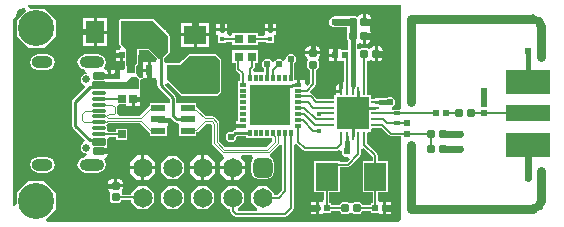
<source format=gtl>
G04*
G04 #@! TF.GenerationSoftware,Altium Limited,Altium Designer,23.0.1 (38)*
G04*
G04 Layer_Physical_Order=1*
G04 Layer_Color=255*
%FSLAX44Y44*%
%MOMM*%
G71*
G04*
G04 #@! TF.SameCoordinates,2C3C84F8-FCB8-4575-ACAA-8387C9F7B7E4*
G04*
G04*
G04 #@! TF.FilePolarity,Positive*
G04*
G01*
G75*
%ADD10C,0.2540*%
%ADD16C,0.7620*%
G04:AMPARAMS|DCode=17|XSize=0.6mm|YSize=1.016mm|CornerRadius=0.075mm|HoleSize=0mm|Usage=FLASHONLY|Rotation=270.000|XOffset=0mm|YOffset=0mm|HoleType=Round|Shape=RoundedRectangle|*
%AMROUNDEDRECTD17*
21,1,0.6000,0.8660,0,0,270.0*
21,1,0.4500,1.0160,0,0,270.0*
1,1,0.1500,-0.4330,-0.2250*
1,1,0.1500,-0.4330,0.2250*
1,1,0.1500,0.4330,0.2250*
1,1,0.1500,0.4330,-0.2250*
%
%ADD17ROUNDEDRECTD17*%
%ADD18R,1.9062X1.5046*%
G04:AMPARAMS|DCode=19|XSize=0.6mm|YSize=1.15mm|CornerRadius=0.075mm|HoleSize=0mm|Usage=FLASHONLY|Rotation=270.000|XOffset=0mm|YOffset=0mm|HoleType=Round|Shape=RoundedRectangle|*
%AMROUNDEDRECTD19*
21,1,0.6000,1.0000,0,0,270.0*
21,1,0.4500,1.1500,0,0,270.0*
1,1,0.1500,-0.5000,-0.2250*
1,1,0.1500,-0.5000,0.2250*
1,1,0.1500,0.5000,0.2250*
1,1,0.1500,0.5000,-0.2250*
%
%ADD19ROUNDEDRECTD19*%
G04:AMPARAMS|DCode=20|XSize=0.3mm|YSize=1.15mm|CornerRadius=0.0375mm|HoleSize=0mm|Usage=FLASHONLY|Rotation=270.000|XOffset=0mm|YOffset=0mm|HoleType=Round|Shape=RoundedRectangle|*
%AMROUNDEDRECTD20*
21,1,0.3000,1.0750,0,0,270.0*
21,1,0.2250,1.1500,0,0,270.0*
1,1,0.0750,-0.5375,-0.1125*
1,1,0.0750,-0.5375,0.1125*
1,1,0.0750,0.5375,0.1125*
1,1,0.0750,0.5375,-0.1125*
%
%ADD20ROUNDEDRECTD20*%
%ADD21R,0.3000X0.6000*%
%ADD22R,0.6000X0.3000*%
%ADD23R,3.4500X3.4500*%
%ADD24R,0.5000X0.4000*%
%ADD25R,0.5000X0.5000*%
G04:AMPARAMS|DCode=26|XSize=0.6mm|YSize=0.7mm|CornerRadius=0.075mm|HoleSize=0mm|Usage=FLASHONLY|Rotation=180.000|XOffset=0mm|YOffset=0mm|HoleType=Round|Shape=RoundedRectangle|*
%AMROUNDEDRECTD26*
21,1,0.6000,0.5500,0,0,180.0*
21,1,0.4500,0.7000,0,0,180.0*
1,1,0.1500,-0.2250,0.2750*
1,1,0.1500,0.2250,0.2750*
1,1,0.1500,0.2250,-0.2750*
1,1,0.1500,-0.2250,-0.2750*
%
%ADD26ROUNDEDRECTD26*%
%ADD27R,0.5200X0.5200*%
%ADD28R,0.7561X0.2393*%
G04:AMPARAMS|DCode=29|XSize=0.7561mm|YSize=0.2393mm|CornerRadius=0.1196mm|HoleSize=0mm|Usage=FLASHONLY|Rotation=0.000|XOffset=0mm|YOffset=0mm|HoleType=Round|Shape=RoundedRectangle|*
%AMROUNDEDRECTD29*
21,1,0.7561,0.0000,0,0,0.0*
21,1,0.5168,0.2393,0,0,0.0*
1,1,0.2393,0.2584,0.0000*
1,1,0.2393,-0.2584,0.0000*
1,1,0.2393,-0.2584,0.0000*
1,1,0.2393,0.2584,0.0000*
%
%ADD29ROUNDEDRECTD29*%
G04:AMPARAMS|DCode=30|XSize=0.2393mm|YSize=0.7561mm|CornerRadius=0.1196mm|HoleSize=0mm|Usage=FLASHONLY|Rotation=0.000|XOffset=0mm|YOffset=0mm|HoleType=Round|Shape=RoundedRectangle|*
%AMROUNDEDRECTD30*
21,1,0.2393,0.5168,0,0,0.0*
21,1,0.0000,0.7561,0,0,0.0*
1,1,0.2393,0.0000,-0.2584*
1,1,0.2393,0.0000,-0.2584*
1,1,0.2393,0.0000,0.2584*
1,1,0.2393,0.0000,0.2584*
%
%ADD30ROUNDEDRECTD30*%
%ADD31R,0.4725X0.5153*%
%ADD32R,3.8000X2.0000*%
%ADD33R,3.8000X1.4000*%
%ADD34R,0.4500X0.4500*%
G04:AMPARAMS|DCode=35|XSize=0.6mm|YSize=0.7mm|CornerRadius=0.075mm|HoleSize=0mm|Usage=FLASHONLY|Rotation=90.000|XOffset=0mm|YOffset=0mm|HoleType=Round|Shape=RoundedRectangle|*
%AMROUNDEDRECTD35*
21,1,0.6000,0.5500,0,0,90.0*
21,1,0.4500,0.7000,0,0,90.0*
1,1,0.1500,0.2750,0.2250*
1,1,0.1500,0.2750,-0.2250*
1,1,0.1500,-0.2750,-0.2250*
1,1,0.1500,-0.2750,0.2250*
%
%ADD35ROUNDEDRECTD35*%
%ADD36R,0.8000X0.8000*%
%ADD37R,1.2000X0.6000*%
%ADD38R,0.6682X0.6725*%
%ADD39R,0.5000X0.5000*%
%ADD40R,0.7000X0.6500*%
%ADD41R,0.5153X0.4725*%
%ADD42R,0.6000X0.9000*%
%ADD43R,1.5046X1.9062*%
%ADD44R,1.9000X2.4000*%
%ADD45R,0.5200X0.5200*%
%ADD51R,2.7000X2.7000*%
%ADD67C,0.3810*%
%ADD68C,0.6096*%
%ADD69C,0.5080*%
%ADD70C,0.1175*%
%ADD71C,0.1567*%
%ADD72C,0.4572*%
%ADD73C,3.0480*%
%ADD74O,1.8000X1.0000*%
%ADD75C,0.6500*%
%ADD76O,2.1000X1.0000*%
%ADD77C,1.6500*%
G04:AMPARAMS|DCode=78|XSize=1.65mm|YSize=1.65mm|CornerRadius=0.4125mm|HoleSize=0mm|Usage=FLASHONLY|Rotation=180.000|XOffset=0mm|YOffset=0mm|HoleType=Round|Shape=RoundedRectangle|*
%AMROUNDEDRECTD78*
21,1,1.6500,0.8250,0,0,180.0*
21,1,0.8250,1.6500,0,0,180.0*
1,1,0.8250,-0.4125,0.4125*
1,1,0.8250,0.4125,0.4125*
1,1,0.8250,0.4125,-0.4125*
1,1,0.8250,-0.4125,-0.4125*
%
%ADD78ROUNDEDRECTD78*%
%ADD79C,0.6096*%
%ADD80C,0.6100*%
%ADD81C,0.3810*%
G36*
X330299Y185486D02*
X330427Y99060D01*
X328632Y97262D01*
X323408D01*
X323117Y99692D01*
X325628Y102204D01*
Y105781D01*
X323099Y108310D01*
X319521D01*
X318640Y107429D01*
X312928D01*
X311269Y106742D01*
X308356D01*
X308164Y106662D01*
X305772D01*
X305616Y106767D01*
Y110032D01*
X302350D01*
X302245Y110189D01*
Y115357D01*
X301798Y116436D01*
Y138414D01*
X302397Y138716D01*
X304808Y139258D01*
X307326Y138215D01*
X308306D01*
Y144526D01*
Y150837D01*
X307326D01*
X304808Y149794D01*
X304743Y149639D01*
X303372Y148822D01*
X301826Y149462D01*
X297326D01*
X295780Y148822D01*
X295552Y148273D01*
X293012Y148778D01*
Y152721D01*
X295552Y153935D01*
X297326Y153201D01*
X298306D01*
Y159512D01*
X299576D01*
Y160782D01*
X305387D01*
Y162262D01*
X304344Y164780D01*
X304344Y166436D01*
X305387Y168954D01*
Y170434D01*
X299576D01*
Y171704D01*
X298306D01*
Y178015D01*
X297326D01*
X294808Y176972D01*
X294743Y176817D01*
X293372Y176000D01*
X291826Y176640D01*
X287326D01*
X286692Y176378D01*
X274320D01*
X273461Y176022D01*
X272531D01*
X271874Y175365D01*
X271015Y175009D01*
X270659Y174150D01*
X270002Y173493D01*
Y172563D01*
X269646Y171704D01*
X270002Y170845D01*
Y169915D01*
X270659Y169258D01*
X271015Y168399D01*
X271874Y168043D01*
X272531Y167386D01*
X273461D01*
X274320Y167030D01*
X284902D01*
Y159534D01*
X284886Y159496D01*
X285139Y158885D01*
Y156762D01*
X285780Y155216D01*
X286139Y155067D01*
Y147380D01*
X279938D01*
Y148650D01*
X276068D01*
Y143510D01*
Y138370D01*
X279938D01*
Y138370D01*
X282353Y138069D01*
Y120536D01*
X280846Y119529D01*
Y112773D01*
X279576D01*
Y111503D01*
X275531D01*
Y110189D01*
X275427Y110032D01*
X273536D01*
Y106459D01*
X265745D01*
Y106215D01*
X259894D01*
X256078Y110032D01*
X254506Y110683D01*
X253526Y113223D01*
X257604Y117300D01*
X258255Y118872D01*
Y131026D01*
X258782D01*
X260328Y131666D01*
X260968Y133212D01*
Y137712D01*
X260328Y139258D01*
X261145Y140630D01*
X261300Y140694D01*
X262343Y143212D01*
Y144192D01*
X256032D01*
X249721D01*
Y143212D01*
X250764Y140694D01*
X250919Y140630D01*
X251736Y139258D01*
X251096Y137712D01*
Y133212D01*
X251736Y131666D01*
X253282Y131026D01*
X253809D01*
Y119793D01*
X251570Y117553D01*
X249030Y118605D01*
Y122500D01*
X244760D01*
Y118460D01*
X242220D01*
Y122500D01*
X240260D01*
Y128730D01*
X240239D01*
Y136597D01*
X241808Y138165D01*
Y141743D01*
X239279Y144272D01*
X235701D01*
X233172Y141743D01*
Y139749D01*
X230632Y138697D01*
X229119Y140210D01*
X225541D01*
X223956Y138625D01*
X222409Y137944D01*
X220862Y138625D01*
X219279Y140208D01*
X215701D01*
X213172Y137679D01*
Y134101D01*
X214741Y132533D01*
Y128730D01*
X206081D01*
X205279Y131270D01*
X206042Y132032D01*
X206693Y133604D01*
Y136836D01*
X209740D01*
Y147376D01*
X199200D01*
Y147376D01*
X198310D01*
Y147376D01*
X187770D01*
Y136836D01*
X190563D01*
Y131826D01*
X191214Y130254D01*
X194267Y127201D01*
Y121230D01*
X192220D01*
Y115690D01*
Y105690D01*
Y95690D01*
Y87500D01*
X190950D01*
Y84730D01*
X196490D01*
Y82190D01*
X190950D01*
Y80209D01*
X190436D01*
X188492Y79404D01*
X188492Y79404D01*
X187828Y78740D01*
X184647D01*
X182118Y76211D01*
Y72633D01*
X184647Y70104D01*
X188225D01*
X190754Y72633D01*
Y73890D01*
X191575Y74711D01*
X199720D01*
Y73190D01*
X221693D01*
X221730Y70650D01*
X216591Y65511D01*
X181935D01*
X176763Y70683D01*
Y86262D01*
X176174Y87684D01*
X172615Y91243D01*
X171193Y91832D01*
X165606D01*
X158664Y98773D01*
X157438Y99281D01*
Y102810D01*
X142957D01*
X142898Y102810D01*
X140417Y102953D01*
Y107442D01*
X140417Y107442D01*
X139612Y109386D01*
X139612Y109386D01*
X130814Y118184D01*
X130994Y119248D01*
X133717Y120117D01*
X144316Y109518D01*
X145288Y109115D01*
X145288Y109115D01*
X174498D01*
X175470Y109518D01*
X175470Y109518D01*
X178010Y112058D01*
X178010Y112058D01*
X178413Y113030D01*
X178413Y113030D01*
Y139192D01*
X178010Y140164D01*
X178010Y140164D01*
X174454Y143720D01*
X174454Y143720D01*
X173482Y144123D01*
X173482Y144123D01*
X150876Y144123D01*
X150876Y144123D01*
X149904Y143720D01*
X145727Y139543D01*
X145409D01*
Y139225D01*
X142941Y136757D01*
X132334D01*
X132289Y136738D01*
X130126Y137864D01*
X129904Y140402D01*
X134322Y144820D01*
X134725Y145792D01*
X134725Y145792D01*
Y159766D01*
X134725Y159766D01*
X134322Y160738D01*
X131270Y163790D01*
Y164520D01*
X130540D01*
X121368Y173692D01*
X120396Y174095D01*
X120396Y174095D01*
X93472D01*
X92500Y173692D01*
X92097Y172720D01*
Y152908D01*
X92500Y151936D01*
X93931Y150505D01*
X92959Y148158D01*
X88912D01*
Y144526D01*
X94029D01*
Y143256D01*
X95299D01*
Y138354D01*
X96669D01*
Y134366D01*
X96830Y133978D01*
Y132634D01*
X95072Y130822D01*
X94290Y130822D01*
X91440D01*
Y125706D01*
X90170D01*
Y124436D01*
X85268D01*
Y124121D01*
X85006Y124042D01*
X82466Y125926D01*
Y128242D01*
X81423Y130760D01*
X80989Y130940D01*
X79138Y132382D01*
X79781Y133980D01*
X81112Y137192D01*
X79124Y141991D01*
X74325Y143979D01*
X63325D01*
X58526Y141991D01*
X56538Y137192D01*
X58526Y132393D01*
X63026Y130530D01*
X63464Y130100D01*
X64482Y127866D01*
X64239Y127412D01*
X61953D01*
X59305Y124764D01*
Y121020D01*
X61953Y118372D01*
X62832Y116250D01*
X52666Y106084D01*
X51861Y104140D01*
X51861Y104140D01*
Y83820D01*
X51861Y83820D01*
X52666Y81876D01*
X62698Y71843D01*
X61645Y69305D01*
X59305Y66965D01*
Y63220D01*
X61953Y60572D01*
X64239D01*
X64482Y60119D01*
X63464Y57885D01*
X63026Y57455D01*
X58526Y55591D01*
X56538Y50792D01*
X58526Y45993D01*
X63325Y44006D01*
X74325D01*
X79124Y45993D01*
X81112Y50792D01*
X79781Y54004D01*
X79138Y55602D01*
X80989Y57045D01*
X81423Y57224D01*
X82466Y59742D01*
Y60722D01*
X74575D01*
Y63262D01*
X82466D01*
Y64242D01*
X81423Y66760D01*
X81365Y66785D01*
X81761Y67742D01*
Y72242D01*
X83671Y74270D01*
X89428D01*
Y71860D01*
X98649D01*
Y81125D01*
X89428D01*
Y78715D01*
X83795D01*
X81730Y80367D01*
Y82617D01*
X81269Y83938D01*
X82834Y85570D01*
X83023Y85759D01*
X109517D01*
X117158Y78118D01*
X117898Y77811D01*
Y75270D01*
X132438D01*
Y83500D01*
X133708D01*
Y88955D01*
X133814Y89024D01*
X136248Y89734D01*
X138886Y87096D01*
Y87095D01*
X140830Y86290D01*
X142824Y85084D01*
X142898Y83810D01*
X142898Y82230D01*
Y75270D01*
X157438D01*
Y77916D01*
X158664Y78424D01*
X165606Y85365D01*
X169347D01*
X170296Y84417D01*
Y68837D01*
X170885Y67415D01*
X178667Y59633D01*
X180089Y59044D01*
X180166D01*
X181138Y56697D01*
X177170Y52729D01*
Y49530D01*
X187960D01*
X198750D01*
Y52729D01*
X194782Y56697D01*
X195754Y59044D01*
X204576D01*
X205106Y56514D01*
X203396Y52385D01*
Y44135D01*
X205106Y40006D01*
X209235Y38296D01*
X217485D01*
X221614Y40006D01*
X223325Y44135D01*
Y52385D01*
X221614Y56514D01*
X220291Y57062D01*
X220071Y58372D01*
X220112Y59886D01*
X227635Y67409D01*
X227727Y67633D01*
X230267Y67127D01*
Y28941D01*
X226409Y25083D01*
X222880D01*
Y26803D01*
X217303Y32380D01*
X209417D01*
X203840Y26803D01*
Y18917D01*
X209104Y13653D01*
X208662Y11113D01*
X192658D01*
X192216Y13653D01*
X197480Y18917D01*
Y26803D01*
X191903Y32380D01*
X184017D01*
X178440Y26803D01*
Y18917D01*
X184017Y13340D01*
X185737D01*
Y11430D01*
X186388Y9858D01*
X188928Y7318D01*
X190500Y6667D01*
X232410D01*
X233982Y7318D01*
X239062Y12398D01*
X239713Y13970D01*
Y67261D01*
X240673Y67746D01*
X242253Y68040D01*
X247348Y62944D01*
X248920Y62293D01*
X276098D01*
X277670Y62944D01*
X277726Y63001D01*
X280266Y61949D01*
Y60095D01*
X282796Y57566D01*
X286035D01*
X287591Y55531D01*
X285083Y53023D01*
X278560D01*
Y53910D01*
X257020D01*
Y27370D01*
X265567D01*
Y21386D01*
X264930Y19110D01*
X261060D01*
Y13970D01*
Y8830D01*
X264930D01*
Y10100D01*
X271660D01*
Y11747D01*
X278854D01*
Y11220D01*
X279494Y9674D01*
X281040Y9034D01*
X285540D01*
X286973Y9627D01*
X287086Y9674D01*
X289494D01*
X289607Y9627D01*
X291040Y9034D01*
X295540D01*
X297086Y9674D01*
X297726Y11220D01*
Y11747D01*
X304920D01*
Y10100D01*
X311650D01*
Y8830D01*
X315520D01*
Y13970D01*
Y19110D01*
X311650D01*
X311013Y21386D01*
Y27370D01*
X319560D01*
Y53910D01*
X311013D01*
Y58494D01*
X310362Y60066D01*
X301798Y68629D01*
Y71549D01*
X302245Y72628D01*
Y77796D01*
X302350Y77952D01*
X305616D01*
Y81218D01*
X305772Y81323D01*
X310940D01*
X312019Y81770D01*
X313867D01*
X320216Y75421D01*
X321788Y74770D01*
X330463D01*
X330567Y4272D01*
X328772Y2474D01*
X30939Y2474D01*
X29887Y5014D01*
X38100Y13227D01*
Y26905D01*
X28429Y36576D01*
X14751D01*
X5080Y26905D01*
Y17184D01*
X2540Y15485D01*
X2474Y15512D01*
Y174405D01*
X4300Y176172D01*
X4313Y176171D01*
X6502Y181458D01*
X10947Y183299D01*
X11719Y183292D01*
X11852Y183273D01*
X12876Y181007D01*
X12873Y181002D01*
X5080Y173209D01*
Y159531D01*
X14751Y149860D01*
X28429D01*
X38100Y159531D01*
Y173209D01*
X28429Y182880D01*
X16756D01*
X14710Y185015D01*
X14645Y185278D01*
X14637Y185448D01*
X14644Y185486D01*
X330299Y185486D01*
D02*
G37*
G36*
X133350Y159766D02*
Y145792D01*
X128020Y140462D01*
X125916D01*
X117534Y148844D01*
X107188D01*
X106934Y139446D01*
Y136906D01*
X104394Y134366D01*
X98044D01*
Y148336D01*
X93472Y152908D01*
Y172720D01*
X120396D01*
X133350Y159766D01*
D02*
G37*
G36*
X124251Y140183D02*
Y139829D01*
X123040Y137790D01*
X121711Y137790D01*
X118770D01*
Y130750D01*
Y123710D01*
X121711D01*
X123040Y123710D01*
X124251Y121671D01*
Y118110D01*
X124251Y118110D01*
X125056Y116166D01*
X134919Y106303D01*
Y102953D01*
X132438Y102810D01*
X132379Y102810D01*
X117898D01*
Y100268D01*
X117158Y99961D01*
X109423Y92226D01*
X92245D01*
X90403Y94415D01*
Y99314D01*
X90400Y99320D01*
X92008Y101860D01*
X98201D01*
Y100590D01*
X102811D01*
Y106492D01*
X104081D01*
Y107762D01*
X109962D01*
Y112395D01*
X109962D01*
X109780Y114935D01*
X109833Y115062D01*
Y122714D01*
X111438Y123465D01*
X112179Y123710D01*
X116230D01*
Y129480D01*
X111960D01*
Y124438D01*
X109479Y123918D01*
X109420Y123918D01*
X108063Y125275D01*
X107103Y126318D01*
X106437Y128338D01*
X106370Y128659D01*
Y134398D01*
X107906Y135934D01*
X108309Y136906D01*
X108309Y136906D01*
Y139428D01*
X108526Y147469D01*
X116965D01*
X124251Y140183D01*
D02*
G37*
G36*
X108458Y122936D02*
Y115062D01*
X74930D01*
Y120904D01*
X97536D01*
X101854Y125222D01*
X106172D01*
X108458Y122936D01*
D02*
G37*
G36*
X173482Y142748D02*
X177038Y139192D01*
Y113030D01*
X174498Y110490D01*
X145288D01*
X132334Y123444D01*
X132334Y135382D01*
X143510D01*
X150876Y142748D01*
X173482Y142748D01*
D02*
G37*
G36*
X306567Y57573D02*
Y53910D01*
X298020D01*
Y27370D01*
X306567D01*
Y17840D01*
X304920D01*
Y16193D01*
X297726D01*
Y16720D01*
X297086Y18266D01*
X295540Y18906D01*
X291040D01*
X289607Y18313D01*
X289494Y18266D01*
X287086D01*
X286973Y18313D01*
X285540Y18906D01*
X281040D01*
X279494Y18266D01*
X278854Y16720D01*
Y16193D01*
X271660D01*
Y17840D01*
X270013D01*
Y27370D01*
X278560D01*
Y48577D01*
X286004D01*
X287576Y49228D01*
X296147Y57800D01*
X296798Y59372D01*
Y63750D01*
X299338Y64802D01*
X306567Y57573D01*
D02*
G37*
%LPC*%
G36*
X301826Y178015D02*
X300846D01*
Y172974D01*
X305387D01*
Y174454D01*
X304344Y176972D01*
X301826Y178015D01*
D02*
G37*
G36*
X224754Y169896D02*
X221234D01*
Y166376D01*
X224754D01*
Y169896D01*
D02*
G37*
G36*
X218694D02*
X215174D01*
Y166376D01*
X218694D01*
Y169896D01*
D02*
G37*
G36*
X183606D02*
X180086D01*
Y166376D01*
X183606D01*
Y169896D01*
D02*
G37*
G36*
X177546D02*
X174026D01*
Y166376D01*
X177546D01*
Y169896D01*
D02*
G37*
G36*
X81648Y174885D02*
X72854D01*
Y164084D01*
X81648D01*
Y174885D01*
D02*
G37*
G36*
X70314D02*
X61521D01*
Y164084D01*
X70314D01*
Y174885D01*
D02*
G37*
G36*
X168281Y170829D02*
X157480D01*
Y162036D01*
X168281D01*
Y170829D01*
D02*
G37*
G36*
X154940D02*
X144139D01*
Y162036D01*
X154940D01*
Y170829D01*
D02*
G37*
G36*
X224754Y163836D02*
X215174D01*
Y160316D01*
X213043Y159329D01*
X209740D01*
Y162376D01*
X200850D01*
X199200Y162376D01*
X196660Y162376D01*
X187770D01*
Y160585D01*
X185955Y159855D01*
X183606Y161258D01*
Y163836D01*
X174026D01*
Y160316D01*
X175296D01*
Y153586D01*
X182336D01*
Y154883D01*
X187770D01*
Y151836D01*
X196660D01*
X198310Y151836D01*
X200850Y151836D01*
X209740D01*
Y154883D01*
X216444D01*
Y153586D01*
X223484D01*
Y160316D01*
X224754D01*
Y163836D01*
D02*
G37*
G36*
X305387Y158242D02*
X300846D01*
Y153201D01*
X301826D01*
X304344Y154244D01*
X305387Y156762D01*
Y158242D01*
D02*
G37*
G36*
X81648Y161544D02*
X72854D01*
Y150743D01*
X81648D01*
Y161544D01*
D02*
G37*
G36*
X70314D02*
X61521D01*
Y150743D01*
X70314D01*
Y161544D01*
D02*
G37*
G36*
X168281Y159496D02*
X157480D01*
Y150702D01*
X168281D01*
Y159496D01*
D02*
G37*
G36*
X154940D02*
X144139D01*
Y150702D01*
X154940D01*
Y159496D01*
D02*
G37*
G36*
X258782Y151273D02*
X257302D01*
Y146732D01*
X262343D01*
Y147712D01*
X261300Y150230D01*
X258782Y151273D01*
D02*
G37*
G36*
X254762D02*
X253282D01*
X250764Y150230D01*
X249721Y147712D01*
Y146732D01*
X254762D01*
Y151273D01*
D02*
G37*
G36*
X311826Y150837D02*
X310846D01*
Y145796D01*
X315387D01*
Y147276D01*
X314344Y149794D01*
X311826Y150837D01*
D02*
G37*
G36*
X273528Y148650D02*
X269658D01*
Y144780D01*
X273528D01*
Y148650D01*
D02*
G37*
G36*
Y142240D02*
X269658D01*
Y138370D01*
X273528D01*
Y142240D01*
D02*
G37*
G36*
X92759Y141986D02*
X88912D01*
Y138354D01*
X92759D01*
Y141986D01*
D02*
G37*
G36*
X315387Y143256D02*
X310846D01*
Y138215D01*
X311826D01*
X314344Y139258D01*
X315387Y141776D01*
Y143256D01*
D02*
G37*
G36*
X31025Y143979D02*
X23025D01*
X18226Y141991D01*
X16238Y137192D01*
X18226Y132393D01*
X23025Y130406D01*
X31025D01*
X35824Y132393D01*
X37812Y137192D01*
X35824Y141991D01*
X31025Y143979D01*
D02*
G37*
G36*
X88900Y130822D02*
X85268D01*
Y126976D01*
X88900D01*
Y130822D01*
D02*
G37*
G36*
X278306Y118875D02*
X276716Y118216D01*
X275531Y115357D01*
Y114043D01*
X278306D01*
Y118875D01*
D02*
G37*
G36*
X167029Y59050D02*
X163830D01*
Y49530D01*
X173350D01*
Y52729D01*
X167029Y59050D01*
D02*
G37*
G36*
X116229D02*
X113030D01*
Y49530D01*
X122550D01*
Y52729D01*
X116229Y59050D01*
D02*
G37*
G36*
X161290D02*
X158091D01*
X151770Y52729D01*
Y49530D01*
X161290D01*
Y59050D01*
D02*
G37*
G36*
X110490D02*
X107291D01*
X100970Y52729D01*
Y49530D01*
X110490D01*
Y59050D01*
D02*
G37*
G36*
X31025Y57579D02*
X23025D01*
X18226Y55591D01*
X16238Y50792D01*
X18226Y45993D01*
X23025Y44006D01*
X31025D01*
X35824Y45993D01*
X37812Y50792D01*
X35824Y55591D01*
X31025Y57579D01*
D02*
G37*
G36*
X141103Y57780D02*
X133217D01*
X127640Y52203D01*
Y44317D01*
X133217Y38740D01*
X141103D01*
X146680Y44317D01*
Y52203D01*
X141103Y57780D01*
D02*
G37*
G36*
X198750Y46990D02*
X189230D01*
Y37470D01*
X192429D01*
X198750Y43791D01*
Y46990D01*
D02*
G37*
G36*
X186690D02*
X177170D01*
Y43791D01*
X183491Y37470D01*
X186690D01*
Y46990D01*
D02*
G37*
G36*
X173350D02*
X163830D01*
Y37470D01*
X167029D01*
X173350Y43791D01*
Y46990D01*
D02*
G37*
G36*
X161290D02*
X151770D01*
Y43791D01*
X158091Y37470D01*
X161290D01*
Y46990D01*
D02*
G37*
G36*
X122550D02*
X113030D01*
Y37470D01*
X116229D01*
X122550Y43791D01*
Y46990D01*
D02*
G37*
G36*
X110490D02*
X100970D01*
Y43791D01*
X107291Y37470D01*
X110490D01*
Y46990D01*
D02*
G37*
G36*
X91650Y38831D02*
X90170D01*
Y34290D01*
X95211D01*
Y35270D01*
X94168Y37788D01*
X91650Y38831D01*
D02*
G37*
G36*
X87630D02*
X86150D01*
X83632Y37788D01*
X82589Y35270D01*
Y34290D01*
X87630D01*
Y38831D01*
D02*
G37*
G36*
X115703Y32380D02*
X107817D01*
X102240Y26803D01*
Y25163D01*
X94904D01*
X94571Y25841D01*
X94168Y28252D01*
X95211Y30770D01*
Y31750D01*
X88900D01*
X82589D01*
Y30770D01*
X83632Y28252D01*
X83787Y28188D01*
X84604Y26816D01*
X83964Y25270D01*
Y20770D01*
X84604Y19224D01*
X86150Y18584D01*
X91650D01*
X93196Y19224D01*
X93815Y20717D01*
X102240D01*
Y18917D01*
X107817Y13340D01*
X115703D01*
X121280Y18917D01*
Y26803D01*
X115703Y32380D01*
D02*
G37*
G36*
X318060Y19110D02*
Y15240D01*
X321930D01*
Y19110D01*
X318060D01*
D02*
G37*
G36*
X258520D02*
X254650D01*
Y15240D01*
X258520D01*
Y19110D01*
D02*
G37*
G36*
X166503Y32380D02*
X158617D01*
X153040Y26803D01*
Y18917D01*
X158617Y13340D01*
X166503D01*
X172080Y18917D01*
Y26803D01*
X166503Y32380D01*
D02*
G37*
G36*
X141103D02*
X133217D01*
X127640Y26803D01*
Y18917D01*
X133217Y13340D01*
X141103D01*
X146680Y18917D01*
Y26803D01*
X141103Y32380D01*
D02*
G37*
G36*
X321930Y12700D02*
X318060D01*
Y8830D01*
X321930D01*
Y12700D01*
D02*
G37*
G36*
X258520D02*
X254650D01*
Y8830D01*
X258520D01*
Y12700D01*
D02*
G37*
G36*
X116230Y137790D02*
X111960D01*
Y132020D01*
X116230D01*
Y137790D01*
D02*
G37*
G36*
X109962Y105222D02*
X105351D01*
Y100590D01*
X109962D01*
Y105222D01*
D02*
G37*
%LPD*%
D10*
X109861Y154553D02*
X113925Y150489D01*
X107853Y154553D02*
X109861D01*
X105664Y156742D02*
Y158750D01*
X113925Y150489D02*
X119259D01*
X105664Y158750D02*
X127000D01*
X105664Y156742D02*
X107853Y154553D01*
X101600Y158750D02*
X105664D01*
X101600Y162814D02*
X105664Y158750D01*
X294576Y98992D02*
X308356D01*
X294576Y102806D02*
Y112773D01*
X289576Y94629D02*
Y97806D01*
Y93992D02*
Y94629D01*
X294576Y102806D02*
X294640Y102870D01*
X289576Y97806D02*
X294576Y102806D01*
X237490Y124460D02*
Y139954D01*
X276860Y122736D02*
X279502Y120094D01*
Y115283D02*
Y120094D01*
X276860Y122736D02*
Y123698D01*
X54610Y83820D02*
Y104140D01*
X67209Y116739D01*
X73322D01*
X289576Y75212D02*
Y93992D01*
X127000Y118110D02*
Y142748D01*
X119259Y150489D02*
X127000Y142748D01*
Y118110D02*
X137668Y107442D01*
Y92202D02*
Y107442D01*
Y92202D02*
X140830Y89040D01*
X150168D01*
X54610Y83820D02*
X67197Y71233D01*
X73334D01*
X74575Y69992D01*
X73322Y116739D02*
X74646Y118063D01*
X90099D02*
X90170Y118134D01*
X74646Y118063D02*
X90099D01*
X90170Y118134D02*
X101600D01*
X284584Y70266D02*
Y75203D01*
X308356Y103992D02*
X312928D01*
X289576Y117840D02*
X289591Y117825D01*
Y115283D02*
Y117825D01*
X187398Y74422D02*
X190436Y77460D01*
X202490D01*
X186436Y74422D02*
X187398D01*
X183388Y83460D02*
X196490D01*
X217490Y124460D02*
Y135890D01*
X243276Y118246D02*
X243490Y118460D01*
X228192Y116940D02*
X237590D01*
X220218Y108966D02*
X228192Y116940D01*
X237590D02*
X238896Y118246D01*
X243276D01*
D16*
X442722Y13462D02*
G03*
X449072Y19812I0J6350D01*
G01*
Y167894D02*
G03*
X442722Y174244I-6350J0D01*
G01*
X425704Y13462D02*
X442722D01*
X449072Y141986D02*
Y167894D01*
X425704Y174244D02*
X442722D01*
X338836Y141732D02*
Y174244D01*
Y104140D02*
Y141732D01*
Y42926D02*
Y67310D01*
Y13462D02*
Y42926D01*
X449072Y19812D02*
Y45466D01*
X380492Y174244D02*
X425704D01*
X338836D02*
X380492D01*
Y13462D02*
X425704D01*
X338836D02*
X380492D01*
D17*
X74575Y125992D02*
D03*
Y61992D02*
D03*
D18*
X156210Y130750D02*
D03*
Y160766D02*
D03*
D19*
X74575Y69992D02*
D03*
Y117992D02*
D03*
D20*
Y76492D02*
D03*
Y81492D02*
D03*
Y111492D02*
D03*
Y106492D02*
D03*
Y101492D02*
D03*
Y86492D02*
D03*
Y91492D02*
D03*
Y96492D02*
D03*
D21*
X237490Y124460D02*
D03*
X232490D02*
D03*
X227490D02*
D03*
X222490D02*
D03*
X217490D02*
D03*
X212490D02*
D03*
X207490D02*
D03*
X202490D02*
D03*
Y77460D02*
D03*
X207490D02*
D03*
X212490D02*
D03*
X217490D02*
D03*
X222490D02*
D03*
X227490D02*
D03*
X232490D02*
D03*
X237490D02*
D03*
D22*
X243490Y83460D02*
D03*
Y88460D02*
D03*
Y93460D02*
D03*
Y98460D02*
D03*
Y103460D02*
D03*
Y108460D02*
D03*
Y113460D02*
D03*
Y118460D02*
D03*
X196490D02*
D03*
Y113460D02*
D03*
Y108460D02*
D03*
Y103460D02*
D03*
Y98460D02*
D03*
Y93460D02*
D03*
Y88460D02*
D03*
Y83460D02*
D03*
D23*
X219990Y100960D02*
D03*
D24*
X327152Y85992D02*
D03*
Y93992D02*
D03*
D25*
X336042Y85992D02*
D03*
Y76992D02*
D03*
D26*
X366180Y64262D02*
D03*
X356180D02*
D03*
Y76992D02*
D03*
X366180D02*
D03*
X289576Y159512D02*
D03*
X299576D02*
D03*
X289576Y171704D02*
D03*
X299576D02*
D03*
Y144526D02*
D03*
X309576D02*
D03*
X389810Y93992D02*
D03*
X379810D02*
D03*
X293290Y13970D02*
D03*
X283290D02*
D03*
D27*
X282798Y143510D02*
D03*
X274798D02*
D03*
X259790Y13970D02*
D03*
X267790D02*
D03*
X316790D02*
D03*
X308790D02*
D03*
D28*
X270795Y103992D02*
D03*
D29*
Y98992D02*
D03*
Y93992D02*
D03*
Y88992D02*
D03*
Y83992D02*
D03*
X308356D02*
D03*
Y88992D02*
D03*
Y93992D02*
D03*
Y98992D02*
D03*
Y103992D02*
D03*
D30*
X279576Y75212D02*
D03*
X284576D02*
D03*
X289576D02*
D03*
X294576D02*
D03*
X299576D02*
D03*
Y112773D02*
D03*
X294576D02*
D03*
X289576D02*
D03*
X284576D02*
D03*
X279576D02*
D03*
D31*
X90170Y118134D02*
D03*
Y125706D02*
D03*
D32*
X438150Y66992D02*
D03*
Y120992D02*
D03*
D33*
Y93992D02*
D03*
D34*
X219964Y165106D02*
D03*
Y157106D02*
D03*
X178816Y165106D02*
D03*
Y157106D02*
D03*
D35*
X256032Y145462D02*
D03*
Y135462D02*
D03*
X88900Y23020D02*
D03*
Y33020D02*
D03*
D36*
X193040Y142106D02*
D03*
Y157106D02*
D03*
X204470Y142106D02*
D03*
Y157106D02*
D03*
D37*
X125168Y98540D02*
D03*
Y89040D02*
D03*
Y79540D02*
D03*
X150168D02*
D03*
Y89040D02*
D03*
Y98540D02*
D03*
D38*
X94038Y76492D02*
D03*
X104081D02*
D03*
X94038Y106492D02*
D03*
X104081D02*
D03*
D39*
X368990Y93992D02*
D03*
X359990D02*
D03*
D40*
X101600Y131634D02*
D03*
Y118134D02*
D03*
D41*
X94029Y143256D02*
D03*
X101600D02*
D03*
D42*
X127000Y158750D02*
D03*
X136500Y130750D02*
D03*
X117500D02*
D03*
D43*
X71584Y162814D02*
D03*
X101600D02*
D03*
D44*
X267790Y40640D02*
D03*
X308790D02*
D03*
D45*
X400558Y101992D02*
D03*
Y93992D02*
D03*
D51*
X289576D02*
D03*
D67*
X74862Y125706D02*
X90170D01*
Y134112D01*
X104081Y76471D02*
X108741Y71811D01*
X112847D02*
X113284Y71374D01*
X108741Y71811D02*
X112847D01*
X104081Y76471D02*
Y76492D01*
X74575Y125992D02*
X74862Y125706D01*
X438150Y120992D02*
Y147320D01*
X137738Y77654D02*
Y85274D01*
X125497Y88711D02*
X134301D01*
X137738Y85274D01*
X125168Y89040D02*
X125497Y88711D01*
X85344Y143256D02*
X94029D01*
X74575Y61992D02*
X74694Y62111D01*
X90051D02*
X90170Y62230D01*
X104175Y106586D02*
X112936D01*
X104081Y106492D02*
X104175Y106586D01*
X112936D02*
X113030Y106680D01*
X136500Y130750D02*
X156210D01*
X117500Y118110D02*
Y130750D01*
X74930Y33020D02*
X88900D01*
X284584Y61884D02*
Y70266D01*
X312928Y103992D02*
X321310D01*
X289576Y117840D02*
Y159512D01*
D68*
X146964Y114808D02*
X160172D01*
X172466D01*
X172618Y125476D02*
Y136906D01*
X172466Y114808D02*
Y125476D01*
X172618D01*
X274320Y171704D02*
X289576D01*
X156210Y160766D02*
Y178308D01*
X366180Y64262D02*
X380746D01*
X366180Y76992D02*
X380492D01*
X289576Y159512D02*
Y171704D01*
X289560Y159496D02*
X289576Y159512D01*
X316790Y13970D02*
X324612D01*
X249936D02*
X259790D01*
X438150Y39116D02*
Y66992D01*
X309576Y144526D02*
X322580D01*
X299576Y171704D02*
X312420D01*
X299576Y159512D02*
X312420D01*
D69*
X101600Y140462D02*
Y158750D01*
Y162814D01*
X289576Y93992D02*
X294576Y98992D01*
X74694Y62111D02*
X90051D01*
X101600Y131634D02*
Y140462D01*
X400558Y101992D02*
Y113030D01*
X51054Y162814D02*
X71584D01*
D70*
X87703Y93726D02*
X88392Y94415D01*
X80913Y91492D02*
X83146Y93726D01*
X88392Y94415D02*
Y99314D01*
X83146Y93726D02*
X87703D01*
X82190Y90215D02*
X110256D01*
X82190Y87770D02*
X110350D01*
X86214Y101492D02*
X88392Y99314D01*
X74575Y101492D02*
X86214D01*
X74575Y91492D02*
X80913D01*
X82190Y90215D01*
X80913Y86492D02*
X82190Y87770D01*
X74575Y86492D02*
X80913D01*
X60198Y93925D02*
X62766Y96492D01*
X74575D01*
X60198Y88900D02*
Y93925D01*
X62606Y86492D02*
X74575D01*
X60198Y88900D02*
X62606Y86492D01*
X110256Y90215D02*
X118580Y98540D01*
X125168D01*
X110350Y87770D02*
X118580Y79540D01*
X125168D01*
X171193Y89821D02*
X174752Y86262D01*
X170180Y87376D02*
X172307Y85249D01*
Y68837D02*
Y85249D01*
X174752Y69850D02*
X181102Y63500D01*
X174752Y69850D02*
Y86262D01*
X172307Y68837D02*
X180089Y61055D01*
X164773Y87376D02*
X170180D01*
X164773Y89821D02*
X171193D01*
X157243Y97351D02*
X164773Y89821D01*
X157243Y79846D02*
X164773Y87376D01*
X180089Y61055D02*
X218437D01*
X181102Y63500D02*
X217424D01*
X218437Y61055D02*
X226213Y68830D01*
X217424Y63500D02*
X223767Y69843D01*
X150474Y79846D02*
X157243D01*
X150168Y79540D02*
X150474Y79846D01*
X151356Y97351D02*
X157243D01*
X150168Y98540D02*
X151356Y97351D01*
X222490Y75960D02*
X223767Y74683D01*
X222490Y75960D02*
Y77460D01*
X223767Y69843D02*
Y74683D01*
X226213D02*
X227490Y75960D01*
Y77460D01*
X226213Y68830D02*
Y74683D01*
D71*
X258974Y103992D02*
X270795D01*
X293290Y13970D02*
X308790D01*
X267790D02*
X283290D01*
X308790D02*
Y40640D01*
X267790Y13970D02*
Y40640D01*
X192786Y131826D02*
Y141852D01*
X243558Y88392D02*
X247396D01*
X256286Y79502D02*
X260858D01*
X247396Y88392D02*
X256286Y79502D01*
X243490Y88460D02*
X243558Y88392D01*
X222490Y131050D02*
X227330Y135890D01*
X222490Y124460D02*
Y131050D01*
X237490Y13970D02*
Y77460D01*
X213360Y22860D02*
X227330D01*
X232490Y28020D02*
Y77460D01*
X227330Y22860D02*
X232490Y28020D01*
X232410Y8890D02*
X237490Y13970D01*
X190500Y8890D02*
X232410D01*
X187960Y11430D02*
X190500Y8890D01*
X204470Y133604D02*
Y142106D01*
X202490Y131624D02*
X204470Y133604D01*
X202490Y124460D02*
Y131624D01*
X192786Y141852D02*
X193040Y142106D01*
X196490Y118460D02*
Y128122D01*
X192786Y131826D02*
X196490Y128122D01*
X74575Y76492D02*
X94038D01*
X74575Y106492D02*
X94038D01*
X88900Y23020D02*
X88980Y22940D01*
X111680D01*
X111760Y22860D01*
X187960Y11430D02*
Y22860D01*
X178816Y157106D02*
X193040D01*
X204470D02*
X219964D01*
X250620Y113460D02*
X256032Y118872D01*
Y135462D01*
X243490Y113460D02*
X250620D01*
X248758Y98460D02*
X258226Y88992D01*
X270795D01*
X243490Y98460D02*
X248758D01*
X243502Y93472D02*
X248158D01*
X257638Y83992D02*
X270795D01*
X248158Y93472D02*
X257638Y83992D01*
X243490Y69946D02*
X248920Y64516D01*
X276098D01*
X243490Y69946D02*
Y83460D01*
X276098Y64516D02*
X279654Y68072D01*
Y75134D01*
X279576Y75212D02*
X279654Y75134D01*
X299576Y67708D02*
X308790Y58494D01*
Y40640D02*
Y58494D01*
X299576Y67708D02*
Y75212D01*
X267790Y42084D02*
X276507Y50800D01*
X286004D01*
X267790Y40640D02*
Y42084D01*
X294576Y59372D02*
Y75212D01*
X286004Y50800D02*
X294576Y59372D01*
X260858Y93980D02*
X260870Y93992D01*
X270795D01*
X321788Y76992D02*
X336042D01*
X314788Y83992D02*
X321788Y76992D01*
X308356Y83992D02*
X314788D01*
X315376Y88992D02*
X318376Y85992D01*
X308356Y88992D02*
X315376D01*
X308356Y93992D02*
X327152D01*
X309372D02*
X359990D01*
X318376Y85992D02*
X327152D01*
X336042D01*
Y76992D02*
X356180D01*
Y64262D02*
Y76992D01*
X400558Y93992D02*
X438150D01*
X389810D02*
X400558D01*
X368990D02*
X379810D01*
X284576Y112773D02*
Y141732D01*
X282798Y143510D02*
X284576Y141732D01*
X299576Y112773D02*
Y144526D01*
X256354Y98992D02*
X270795D01*
X243490Y93460D02*
X243502Y93472D01*
X251886Y103460D02*
X256354Y98992D01*
X243490Y103460D02*
X251886D01*
X254506Y108460D02*
X258974Y103992D01*
X243490Y108460D02*
X254506D01*
D72*
X178816Y165106D02*
Y174244D01*
X274798Y143510D02*
Y157480D01*
X256032Y145462D02*
Y157226D01*
X219964Y165106D02*
Y175514D01*
D73*
X21590Y20066D02*
D03*
Y166370D02*
D03*
D74*
X27025Y50792D02*
D03*
Y137192D02*
D03*
D75*
X63825Y65092D02*
D03*
Y122892D02*
D03*
D76*
X68825Y137192D02*
D03*
Y50792D02*
D03*
D77*
X111760Y22860D02*
D03*
X137160D02*
D03*
X111760Y48260D02*
D03*
X137160D02*
D03*
X162560Y22860D02*
D03*
Y48260D02*
D03*
X213360Y22860D02*
D03*
X187960Y48260D02*
D03*
Y22860D02*
D03*
D78*
X213360Y48260D02*
D03*
D79*
X172618Y136906D02*
D03*
X172466Y114808D02*
D03*
Y125476D02*
D03*
X90170Y134112D02*
D03*
X113284Y71374D02*
D03*
X338836Y67310D02*
D03*
X449072Y141986D02*
D03*
Y45466D02*
D03*
X338836Y104140D02*
D03*
X222758Y34290D02*
D03*
X160172Y114808D02*
D03*
X146964D02*
D03*
X274320Y171704D02*
D03*
X319532Y60960D02*
D03*
X287826Y38718D02*
D03*
X251968Y34798D02*
D03*
X237490Y139954D02*
D03*
X276860Y123698D02*
D03*
X289576Y94629D02*
D03*
X295656Y102870D02*
D03*
X231648Y108966D02*
D03*
X284584Y61884D02*
D03*
X338836Y42926D02*
D03*
X380746Y64262D02*
D03*
X380492Y76992D02*
D03*
X338836Y174244D02*
D03*
X274798Y157480D02*
D03*
X321310Y103992D02*
D03*
X283972Y102870D02*
D03*
Y86106D02*
D03*
X295656D02*
D03*
X186436Y74422D02*
D03*
X208788Y108966D02*
D03*
X220218Y91948D02*
D03*
Y108966D02*
D03*
X231902Y91948D02*
D03*
X156210Y178308D02*
D03*
X178816Y174244D02*
D03*
X219964Y175514D02*
D03*
X256032Y157226D02*
D03*
X312420Y171704D02*
D03*
Y159512D02*
D03*
X322580Y144526D02*
D03*
X400558Y113030D02*
D03*
X74930Y33020D02*
D03*
X117500Y118110D02*
D03*
X51054Y162814D02*
D03*
X85344Y143256D02*
D03*
X217490Y135890D02*
D03*
X208788Y91948D02*
D03*
X183388Y83460D02*
D03*
X338836Y141732D02*
D03*
X380492Y174244D02*
D03*
X425704D02*
D03*
Y13462D02*
D03*
X380492D02*
D03*
X338836D02*
D03*
X438150Y39116D02*
D03*
Y147320D02*
D03*
X324612Y13970D02*
D03*
X249936D02*
D03*
D80*
X137738Y77654D02*
D03*
X227330Y135890D02*
D03*
X90170Y62230D02*
D03*
X113030Y106680D02*
D03*
D81*
X260858Y79502D02*
D03*
Y93980D02*
D03*
M02*

</source>
